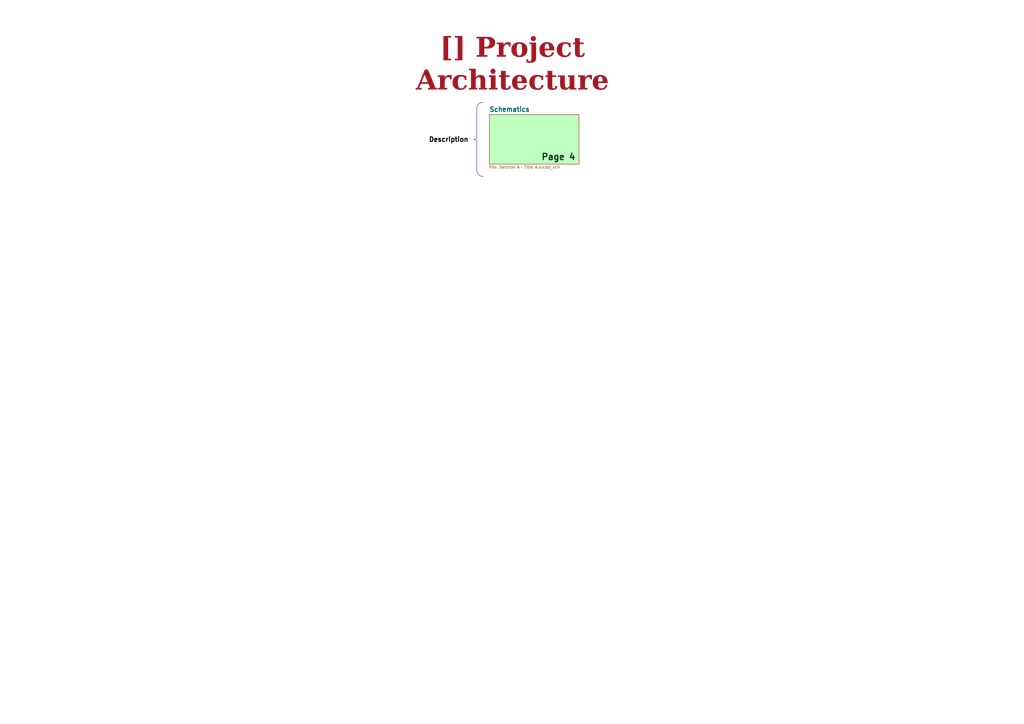
<source format=kicad_sch>
(kicad_sch
	(version 20231120)
	(generator "eeschema")
	(generator_version "8.0")
	(uuid "43756dca-f8f6-4179-bbe2-5af9585c666d")
	(paper "A3")
	(title_block
		(title "Project Architecture")
		(date "Last Modified Date")
		(rev "${REVISION}")
		(company "${COMPANY}")
	)
	(lib_symbols)
	(polyline
		(pts
			(xy 195.58 58.42) (xy 195.58 69.85)
		)
		(stroke
			(width 0)
			(type default)
		)
		(uuid "1e3c70a2-22df-46ef-a52f-0f821498dc0c")
	)
	(polyline
		(pts
			(xy 195.58 55.88) (xy 195.58 44.45)
		)
		(stroke
			(width 0)
			(type default)
		)
		(uuid "41045457-e885-4cf4-93f2-cdba80791e7b")
	)
	(arc
		(start 195.58 55.88)
		(mid 195.2051 56.7751)
		(end 194.31 57.15)
		(stroke
			(width 0)
			(type default)
		)
		(fill
			(type none)
		)
		(uuid 463357f7-f9d2-46fa-b0b6-a6251e6ce150)
	)
	(arc
		(start 194.31 57.15)
		(mid 195.2051 57.5249)
		(end 195.58 58.42)
		(stroke
			(width 0)
			(type default)
		)
		(fill
			(type none)
		)
		(uuid a134b516-cfaf-437e-b6e0-fd4fe5086d29)
	)
	(arc
		(start 195.58 44.45)
		(mid 196.3239 42.6539)
		(end 198.12 41.91)
		(stroke
			(width 0)
			(type default)
		)
		(fill
			(type none)
		)
		(uuid d1fe5f0f-24cb-4f3d-baf1-1b36c0a6f68e)
	)
	(arc
		(start 198.12 72.39)
		(mid 196.3298 71.6402)
		(end 195.58 69.85)
		(stroke
			(width 0)
			(type default)
		)
		(fill
			(type none)
		)
		(uuid d8a608aa-d710-4d73-9273-2b52adac6230)
	)
	(text_box "Description"
		(exclude_from_sim no)
		(at 176.53 54.61 0)
		(size 17.145 5.08)
		(stroke
			(width -0.0001)
			(type default)
		)
		(fill
			(type none)
		)
		(effects
			(font
				(size 1.905 1.905)
				(thickness 0.381)
				(bold yes)
				(color 0 0 0 1)
			)
			(justify right top)
		)
		(uuid "51bc3fdc-86f1-4742-b7d8-53f1faaab343")
	)
	(text_box "[${#}] ${TITLE}"
		(exclude_from_sim no)
		(at 144.78 20.32 0)
		(size 130.81 12.7)
		(stroke
			(width -0.0001)
			(type default)
		)
		(fill
			(type none)
		)
		(effects
			(font
				(face "Times New Roman")
				(size 8 8)
				(thickness 1.2)
				(bold yes)
				(color 162 22 34 1)
			)
		)
		(uuid "7fa5cc40-6c97-487c-9cc7-412504f68533")
	)
	(text "Page 4"
		(exclude_from_sim no)
		(at 236.22 66.04 0)
		(effects
			(font
				(size 2.54 2.54)
				(bold yes)
				(color 20 60 40 1)
			)
			(justify right bottom)
			(href "#4")
		)
		(uuid "978bb74e-ca07-4b21-b2dc-19b812f717e9")
	)
	(sheet
		(at 200.66 46.99)
		(size 36.83 20.32)
		(fields_autoplaced yes)
		(stroke
			(width 0.1524)
			(type solid)
		)
		(fill
			(color 128 255 128 0.5000)
		)
		(uuid "7d5a1283-086b-46b0-8df7-a9850521fb5e")
		(property "Sheetname" "Schematics"
			(at 200.66 45.9609 0)
			(effects
				(font
					(size 1.905 1.905)
					(bold yes)
				)
				(justify left bottom)
			)
		)
		(property "Sheetfile" "Section A - Title A.kicad_sch"
			(at 200.66 67.8946 0)
			(effects
				(font
					(face "Arial")
					(size 1.27 1.27)
				)
				(justify left top)
			)
		)
		(instances
			(project "UPD_PCB"
				(path "/0650c7a8-acba-429c-9f8e-eec0baf0bc1c/fede4c36-00cc-4d3d-b71c-5243ba232202"
					(page "4")
				)
			)
		)
	)
)

</source>
